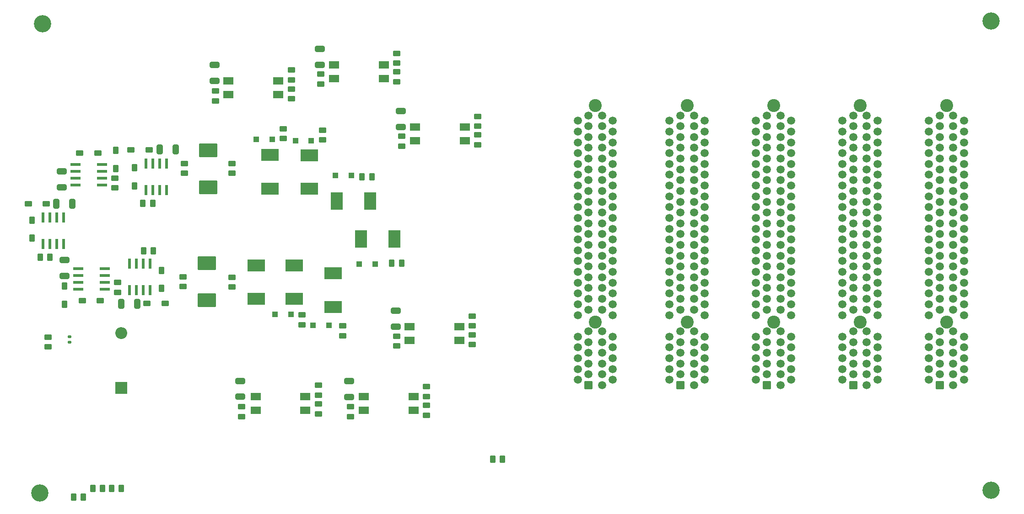
<source format=gbs>
G04 #@! TF.GenerationSoftware,KiCad,Pcbnew,8.0.1*
G04 #@! TF.CreationDate,2024-04-11T19:40:35-05:00*
G04 #@! TF.ProjectId,Backplane,4261636b-706c-4616-9e65-2e6b69636164,rev?*
G04 #@! TF.SameCoordinates,Original*
G04 #@! TF.FileFunction,Soldermask,Bot*
G04 #@! TF.FilePolarity,Negative*
%FSLAX46Y46*%
G04 Gerber Fmt 4.6, Leading zero omitted, Abs format (unit mm)*
G04 Created by KiCad (PCBNEW 8.0.1) date 2024-04-11 19:40:35*
%MOMM*%
%LPD*%
G01*
G04 APERTURE LIST*
G04 Aperture macros list*
%AMRoundRect*
0 Rectangle with rounded corners*
0 $1 Rounding radius*
0 $2 $3 $4 $5 $6 $7 $8 $9 X,Y pos of 4 corners*
0 Add a 4 corners polygon primitive as box body*
4,1,4,$2,$3,$4,$5,$6,$7,$8,$9,$2,$3,0*
0 Add four circle primitives for the rounded corners*
1,1,$1+$1,$2,$3*
1,1,$1+$1,$4,$5*
1,1,$1+$1,$6,$7*
1,1,$1+$1,$8,$9*
0 Add four rect primitives between the rounded corners*
20,1,$1+$1,$2,$3,$4,$5,0*
20,1,$1+$1,$4,$5,$6,$7,0*
20,1,$1+$1,$6,$7,$8,$9,0*
20,1,$1+$1,$8,$9,$2,$3,0*%
G04 Aperture macros list end*
%ADD10C,2.400000*%
%ADD11RoundRect,0.102000X0.644000X-0.644000X0.644000X0.644000X-0.644000X0.644000X-0.644000X-0.644000X0*%
%ADD12C,1.492000*%
%ADD13C,3.200000*%
%ADD14O,2.200000X2.200000*%
%ADD15R,2.200000X2.200000*%
%ADD16R,1.955800X1.346200*%
%ADD17RoundRect,0.250000X0.450000X-0.262500X0.450000X0.262500X-0.450000X0.262500X-0.450000X-0.262500X0*%
%ADD18RoundRect,0.250000X-0.262500X-0.450000X0.262500X-0.450000X0.262500X0.450000X-0.262500X0.450000X0*%
%ADD19RoundRect,0.102000X1.560000X-1.145000X1.560000X1.145000X-1.560000X1.145000X-1.560000X-1.145000X0*%
%ADD20RoundRect,0.250000X0.650000X-0.325000X0.650000X0.325000X-0.650000X0.325000X-0.650000X-0.325000X0*%
%ADD21RoundRect,0.102000X0.365000X-0.605000X0.365000X0.605000X-0.365000X0.605000X-0.365000X-0.605000X0*%
%ADD22R,0.558800X1.981200*%
%ADD23RoundRect,0.102000X-0.365000X0.605000X-0.365000X-0.605000X0.365000X-0.605000X0.365000X0.605000X0*%
%ADD24RoundRect,0.250000X-0.450000X0.262500X-0.450000X-0.262500X0.450000X-0.262500X0.450000X0.262500X0*%
%ADD25RoundRect,0.250000X-0.325000X-0.650000X0.325000X-0.650000X0.325000X0.650000X-0.325000X0.650000X0*%
%ADD26R,2.184400X3.200400*%
%ADD27RoundRect,0.102000X-0.605000X-0.365000X0.605000X-0.365000X0.605000X0.365000X-0.605000X0.365000X0*%
%ADD28R,1.981200X0.558800*%
%ADD29R,3.200400X2.184400*%
%ADD30RoundRect,0.250000X-0.650000X0.325000X-0.650000X-0.325000X0.650000X-0.325000X0.650000X0.325000X0*%
%ADD31R,1.092200X0.990600*%
%ADD32RoundRect,0.250000X0.262500X0.450000X-0.262500X0.450000X-0.262500X-0.450000X0.262500X-0.450000X0*%
%ADD33RoundRect,0.102000X-1.560000X1.145000X-1.560000X-1.145000X1.560000X-1.145000X1.560000X1.145000X0*%
%ADD34RoundRect,0.102000X0.605000X0.365000X-0.605000X0.365000X-0.605000X-0.365000X0.605000X-0.365000X0*%
%ADD35RoundRect,0.250000X0.325000X0.650000X-0.325000X0.650000X-0.325000X-0.650000X0.325000X-0.650000X0*%
%ADD36RoundRect,0.135000X0.185000X-0.135000X0.185000X0.135000X-0.185000X0.135000X-0.185000X-0.135000X0*%
G04 APERTURE END LIST*
D10*
X324750000Y-103350000D03*
X324750000Y-63200000D03*
D11*
X323500000Y-115000000D03*
D12*
X321500000Y-114000000D03*
X323500000Y-113000000D03*
X321500000Y-112000000D03*
X323500000Y-111000000D03*
X321500000Y-110000000D03*
X323500000Y-109000000D03*
X321500000Y-108000000D03*
X323500000Y-107000000D03*
X321500000Y-106000000D03*
X323500000Y-105000000D03*
X321500000Y-102000000D03*
X323500000Y-101000000D03*
X321500000Y-100000000D03*
X323500000Y-99000000D03*
X321500000Y-98000000D03*
X323500000Y-97000000D03*
X321500000Y-96000000D03*
X323500000Y-95000000D03*
X321500000Y-94000000D03*
X323500000Y-93000000D03*
X321500000Y-92000000D03*
X323500000Y-91000000D03*
X321500000Y-90000000D03*
X323500000Y-89000000D03*
X321500000Y-88000000D03*
X323500000Y-87000000D03*
X321500000Y-86000000D03*
X323500000Y-85000000D03*
X321500000Y-84000000D03*
X323500000Y-83000000D03*
X321500000Y-82000000D03*
X323500000Y-81000000D03*
X321500000Y-80000000D03*
X323500000Y-79000000D03*
X321500000Y-78000000D03*
X323500000Y-77000000D03*
X321500000Y-76000000D03*
X323500000Y-75000000D03*
X321500000Y-74000000D03*
X323500000Y-73000000D03*
X321500000Y-72000000D03*
X323500000Y-71000000D03*
X321500000Y-70000000D03*
X323500000Y-69000000D03*
X321500000Y-68000000D03*
X323500000Y-67000000D03*
X321500000Y-66000000D03*
X323500000Y-65000000D03*
X326000000Y-115000000D03*
X328000000Y-114000000D03*
X326000000Y-113000000D03*
X328000000Y-112000000D03*
X326000000Y-111000000D03*
X328000000Y-110000000D03*
X326000000Y-109000000D03*
X328000000Y-108000000D03*
X326000000Y-107000000D03*
X328000000Y-106000000D03*
X326000000Y-105000000D03*
X328000000Y-102000000D03*
X326000000Y-101000000D03*
X328000000Y-100000000D03*
X326000000Y-99000000D03*
X328000000Y-98000000D03*
X326000000Y-97000000D03*
X328000000Y-96000000D03*
X326000000Y-95000000D03*
X328000000Y-94000000D03*
X326000000Y-93000000D03*
X328000000Y-92000000D03*
X326000000Y-91000000D03*
X328000000Y-90000000D03*
X326000000Y-89000000D03*
X328000000Y-88000000D03*
X326000000Y-87000000D03*
X328000000Y-86000000D03*
X326000000Y-85000000D03*
X328000000Y-84000000D03*
X326000000Y-83000000D03*
X328000000Y-82000000D03*
X326000000Y-81000000D03*
X328000000Y-80000000D03*
X326000000Y-79000000D03*
X328000000Y-78000000D03*
X326000000Y-77000000D03*
X328000000Y-76000000D03*
X326000000Y-75000000D03*
X328000000Y-74000000D03*
X326000000Y-73000000D03*
X328000000Y-72000000D03*
X326000000Y-71000000D03*
X328000000Y-70000000D03*
X326000000Y-69000000D03*
X328000000Y-68000000D03*
X326000000Y-67000000D03*
X328000000Y-66000000D03*
X326000000Y-65000000D03*
D10*
X259750000Y-103350000D03*
X259750000Y-63200000D03*
D11*
X258500000Y-115000000D03*
D12*
X256500000Y-114000000D03*
X258500000Y-113000000D03*
X256500000Y-112000000D03*
X258500000Y-111000000D03*
X256500000Y-110000000D03*
X258500000Y-109000000D03*
X256500000Y-108000000D03*
X258500000Y-107000000D03*
X256500000Y-106000000D03*
X258500000Y-105000000D03*
X256500000Y-102000000D03*
X258500000Y-101000000D03*
X256500000Y-100000000D03*
X258500000Y-99000000D03*
X256500000Y-98000000D03*
X258500000Y-97000000D03*
X256500000Y-96000000D03*
X258500000Y-95000000D03*
X256500000Y-94000000D03*
X258500000Y-93000000D03*
X256500000Y-92000000D03*
X258500000Y-91000000D03*
X256500000Y-90000000D03*
X258500000Y-89000000D03*
X256500000Y-88000000D03*
X258500000Y-87000000D03*
X256500000Y-86000000D03*
X258500000Y-85000000D03*
X256500000Y-84000000D03*
X258500000Y-83000000D03*
X256500000Y-82000000D03*
X258500000Y-81000000D03*
X256500000Y-80000000D03*
X258500000Y-79000000D03*
X256500000Y-78000000D03*
X258500000Y-77000000D03*
X256500000Y-76000000D03*
X258500000Y-75000000D03*
X256500000Y-74000000D03*
X258500000Y-73000000D03*
X256500000Y-72000000D03*
X258500000Y-71000000D03*
X256500000Y-70000000D03*
X258500000Y-69000000D03*
X256500000Y-68000000D03*
X258500000Y-67000000D03*
X256500000Y-66000000D03*
X258500000Y-65000000D03*
X261000000Y-115000000D03*
X263000000Y-114000000D03*
X261000000Y-113000000D03*
X263000000Y-112000000D03*
X261000000Y-111000000D03*
X263000000Y-110000000D03*
X261000000Y-109000000D03*
X263000000Y-108000000D03*
X261000000Y-107000000D03*
X263000000Y-106000000D03*
X261000000Y-105000000D03*
X263000000Y-102000000D03*
X261000000Y-101000000D03*
X263000000Y-100000000D03*
X261000000Y-99000000D03*
X263000000Y-98000000D03*
X261000000Y-97000000D03*
X263000000Y-96000000D03*
X261000000Y-95000000D03*
X263000000Y-94000000D03*
X261000000Y-93000000D03*
X263000000Y-92000000D03*
X261000000Y-91000000D03*
X263000000Y-90000000D03*
X261000000Y-89000000D03*
X263000000Y-88000000D03*
X261000000Y-87000000D03*
X263000000Y-86000000D03*
X261000000Y-85000000D03*
X263000000Y-84000000D03*
X261000000Y-83000000D03*
X263000000Y-82000000D03*
X261000000Y-81000000D03*
X263000000Y-80000000D03*
X261000000Y-79000000D03*
X263000000Y-78000000D03*
X261000000Y-77000000D03*
X263000000Y-76000000D03*
X261000000Y-75000000D03*
X263000000Y-74000000D03*
X261000000Y-73000000D03*
X263000000Y-72000000D03*
X261000000Y-71000000D03*
X263000000Y-70000000D03*
X261000000Y-69000000D03*
X263000000Y-68000000D03*
X261000000Y-67000000D03*
X263000000Y-66000000D03*
X261000000Y-65000000D03*
D13*
X157500000Y-48000000D03*
D10*
X276750000Y-103350000D03*
X276750000Y-63200000D03*
D11*
X275500000Y-115000000D03*
D12*
X273500000Y-114000000D03*
X275500000Y-113000000D03*
X273500000Y-112000000D03*
X275500000Y-111000000D03*
X273500000Y-110000000D03*
X275500000Y-109000000D03*
X273500000Y-108000000D03*
X275500000Y-107000000D03*
X273500000Y-106000000D03*
X275500000Y-105000000D03*
X273500000Y-102000000D03*
X275500000Y-101000000D03*
X273500000Y-100000000D03*
X275500000Y-99000000D03*
X273500000Y-98000000D03*
X275500000Y-97000000D03*
X273500000Y-96000000D03*
X275500000Y-95000000D03*
X273500000Y-94000000D03*
X275500000Y-93000000D03*
X273500000Y-92000000D03*
X275500000Y-91000000D03*
X273500000Y-90000000D03*
X275500000Y-89000000D03*
X273500000Y-88000000D03*
X275500000Y-87000000D03*
X273500000Y-86000000D03*
X275500000Y-85000000D03*
X273500000Y-84000000D03*
X275500000Y-83000000D03*
X273500000Y-82000000D03*
X275500000Y-81000000D03*
X273500000Y-80000000D03*
X275500000Y-79000000D03*
X273500000Y-78000000D03*
X275500000Y-77000000D03*
X273500000Y-76000000D03*
X275500000Y-75000000D03*
X273500000Y-74000000D03*
X275500000Y-73000000D03*
X273500000Y-72000000D03*
X275500000Y-71000000D03*
X273500000Y-70000000D03*
X275500000Y-69000000D03*
X273500000Y-68000000D03*
X275500000Y-67000000D03*
X273500000Y-66000000D03*
X275500000Y-65000000D03*
X278000000Y-115000000D03*
X280000000Y-114000000D03*
X278000000Y-113000000D03*
X280000000Y-112000000D03*
X278000000Y-111000000D03*
X280000000Y-110000000D03*
X278000000Y-109000000D03*
X280000000Y-108000000D03*
X278000000Y-107000000D03*
X280000000Y-106000000D03*
X278000000Y-105000000D03*
X280000000Y-102000000D03*
X278000000Y-101000000D03*
X280000000Y-100000000D03*
X278000000Y-99000000D03*
X280000000Y-98000000D03*
X278000000Y-97000000D03*
X280000000Y-96000000D03*
X278000000Y-95000000D03*
X280000000Y-94000000D03*
X278000000Y-93000000D03*
X280000000Y-92000000D03*
X278000000Y-91000000D03*
X280000000Y-90000000D03*
X278000000Y-89000000D03*
X280000000Y-88000000D03*
X278000000Y-87000000D03*
X280000000Y-86000000D03*
X278000000Y-85000000D03*
X280000000Y-84000000D03*
X278000000Y-83000000D03*
X280000000Y-82000000D03*
X278000000Y-81000000D03*
X280000000Y-80000000D03*
X278000000Y-79000000D03*
X280000000Y-78000000D03*
X278000000Y-77000000D03*
X280000000Y-76000000D03*
X278000000Y-75000000D03*
X280000000Y-74000000D03*
X278000000Y-73000000D03*
X280000000Y-72000000D03*
X278000000Y-71000000D03*
X280000000Y-70000000D03*
X278000000Y-69000000D03*
X280000000Y-68000000D03*
X278000000Y-67000000D03*
X280000000Y-66000000D03*
X278000000Y-65000000D03*
D10*
X308750000Y-103350000D03*
X308750000Y-63200000D03*
D11*
X307500000Y-115000000D03*
D12*
X305500000Y-114000000D03*
X307500000Y-113000000D03*
X305500000Y-112000000D03*
X307500000Y-111000000D03*
X305500000Y-110000000D03*
X307500000Y-109000000D03*
X305500000Y-108000000D03*
X307500000Y-107000000D03*
X305500000Y-106000000D03*
X307500000Y-105000000D03*
X305500000Y-102000000D03*
X307500000Y-101000000D03*
X305500000Y-100000000D03*
X307500000Y-99000000D03*
X305500000Y-98000000D03*
X307500000Y-97000000D03*
X305500000Y-96000000D03*
X307500000Y-95000000D03*
X305500000Y-94000000D03*
X307500000Y-93000000D03*
X305500000Y-92000000D03*
X307500000Y-91000000D03*
X305500000Y-90000000D03*
X307500000Y-89000000D03*
X305500000Y-88000000D03*
X307500000Y-87000000D03*
X305500000Y-86000000D03*
X307500000Y-85000000D03*
X305500000Y-84000000D03*
X307500000Y-83000000D03*
X305500000Y-82000000D03*
X307500000Y-81000000D03*
X305500000Y-80000000D03*
X307500000Y-79000000D03*
X305500000Y-78000000D03*
X307500000Y-77000000D03*
X305500000Y-76000000D03*
X307500000Y-75000000D03*
X305500000Y-74000000D03*
X307500000Y-73000000D03*
X305500000Y-72000000D03*
X307500000Y-71000000D03*
X305500000Y-70000000D03*
X307500000Y-69000000D03*
X305500000Y-68000000D03*
X307500000Y-67000000D03*
X305500000Y-66000000D03*
X307500000Y-65000000D03*
X310000000Y-115000000D03*
X312000000Y-114000000D03*
X310000000Y-113000000D03*
X312000000Y-112000000D03*
X310000000Y-111000000D03*
X312000000Y-110000000D03*
X310000000Y-109000000D03*
X312000000Y-108000000D03*
X310000000Y-107000000D03*
X312000000Y-106000000D03*
X310000000Y-105000000D03*
X312000000Y-102000000D03*
X310000000Y-101000000D03*
X312000000Y-100000000D03*
X310000000Y-99000000D03*
X312000000Y-98000000D03*
X310000000Y-97000000D03*
X312000000Y-96000000D03*
X310000000Y-95000000D03*
X312000000Y-94000000D03*
X310000000Y-93000000D03*
X312000000Y-92000000D03*
X310000000Y-91000000D03*
X312000000Y-90000000D03*
X310000000Y-89000000D03*
X312000000Y-88000000D03*
X310000000Y-87000000D03*
X312000000Y-86000000D03*
X310000000Y-85000000D03*
X312000000Y-84000000D03*
X310000000Y-83000000D03*
X312000000Y-82000000D03*
X310000000Y-81000000D03*
X312000000Y-80000000D03*
X310000000Y-79000000D03*
X312000000Y-78000000D03*
X310000000Y-77000000D03*
X312000000Y-76000000D03*
X310000000Y-75000000D03*
X312000000Y-74000000D03*
X310000000Y-73000000D03*
X312000000Y-72000000D03*
X310000000Y-71000000D03*
X312000000Y-70000000D03*
X310000000Y-69000000D03*
X312000000Y-68000000D03*
X310000000Y-67000000D03*
X312000000Y-66000000D03*
X310000000Y-65000000D03*
D13*
X333000000Y-134500000D03*
D10*
X292750000Y-103350000D03*
X292750000Y-63200000D03*
D11*
X291500000Y-115000000D03*
D12*
X289500000Y-114000000D03*
X291500000Y-113000000D03*
X289500000Y-112000000D03*
X291500000Y-111000000D03*
X289500000Y-110000000D03*
X291500000Y-109000000D03*
X289500000Y-108000000D03*
X291500000Y-107000000D03*
X289500000Y-106000000D03*
X291500000Y-105000000D03*
X289500000Y-102000000D03*
X291500000Y-101000000D03*
X289500000Y-100000000D03*
X291500000Y-99000000D03*
X289500000Y-98000000D03*
X291500000Y-97000000D03*
X289500000Y-96000000D03*
X291500000Y-95000000D03*
X289500000Y-94000000D03*
X291500000Y-93000000D03*
X289500000Y-92000000D03*
X291500000Y-91000000D03*
X289500000Y-90000000D03*
X291500000Y-89000000D03*
X289500000Y-88000000D03*
X291500000Y-87000000D03*
X289500000Y-86000000D03*
X291500000Y-85000000D03*
X289500000Y-84000000D03*
X291500000Y-83000000D03*
X289500000Y-82000000D03*
X291500000Y-81000000D03*
X289500000Y-80000000D03*
X291500000Y-79000000D03*
X289500000Y-78000000D03*
X291500000Y-77000000D03*
X289500000Y-76000000D03*
X291500000Y-75000000D03*
X289500000Y-74000000D03*
X291500000Y-73000000D03*
X289500000Y-72000000D03*
X291500000Y-71000000D03*
X289500000Y-70000000D03*
X291500000Y-69000000D03*
X289500000Y-68000000D03*
X291500000Y-67000000D03*
X289500000Y-66000000D03*
X291500000Y-65000000D03*
X294000000Y-115000000D03*
X296000000Y-114000000D03*
X294000000Y-113000000D03*
X296000000Y-112000000D03*
X294000000Y-111000000D03*
X296000000Y-110000000D03*
X294000000Y-109000000D03*
X296000000Y-108000000D03*
X294000000Y-107000000D03*
X296000000Y-106000000D03*
X294000000Y-105000000D03*
X296000000Y-102000000D03*
X294000000Y-101000000D03*
X296000000Y-100000000D03*
X294000000Y-99000000D03*
X296000000Y-98000000D03*
X294000000Y-97000000D03*
X296000000Y-96000000D03*
X294000000Y-95000000D03*
X296000000Y-94000000D03*
X294000000Y-93000000D03*
X296000000Y-92000000D03*
X294000000Y-91000000D03*
X296000000Y-90000000D03*
X294000000Y-89000000D03*
X296000000Y-88000000D03*
X294000000Y-87000000D03*
X296000000Y-86000000D03*
X294000000Y-85000000D03*
X296000000Y-84000000D03*
X294000000Y-83000000D03*
X296000000Y-82000000D03*
X294000000Y-81000000D03*
X296000000Y-80000000D03*
X294000000Y-79000000D03*
X296000000Y-78000000D03*
X294000000Y-77000000D03*
X296000000Y-76000000D03*
X294000000Y-75000000D03*
X296000000Y-74000000D03*
X294000000Y-73000000D03*
X296000000Y-72000000D03*
X294000000Y-71000000D03*
X296000000Y-70000000D03*
X294000000Y-69000000D03*
X296000000Y-68000000D03*
X294000000Y-67000000D03*
X296000000Y-66000000D03*
X294000000Y-65000000D03*
D13*
X157000000Y-135000000D03*
X333000000Y-47500000D03*
D14*
X172000000Y-105340000D03*
D15*
X172000000Y-115500000D03*
D16*
X201110101Y-58629999D03*
X201110101Y-61169999D03*
X191889901Y-61169999D03*
X191889901Y-58629999D03*
D17*
X237963098Y-70454999D03*
X237963098Y-68629999D03*
D18*
X216587501Y-76399999D03*
X218412501Y-76399999D03*
D19*
X187860404Y-99244397D03*
X187860404Y-92384397D03*
D20*
X222824034Y-104141695D03*
X222824034Y-101191695D03*
D18*
X157022528Y-91244660D03*
X158847528Y-91244660D03*
D17*
X237009453Y-107462544D03*
X237009453Y-105637544D03*
D21*
X174500001Y-74719999D03*
X174500001Y-78079999D03*
D22*
X161405001Y-88863799D03*
X160135001Y-88863799D03*
X158865001Y-88863799D03*
X157595001Y-88863799D03*
X157595001Y-83936199D03*
X158865001Y-83936199D03*
X160135001Y-83936199D03*
X161405001Y-83936199D03*
D23*
X170992247Y-74827096D03*
X170992247Y-71467096D03*
D17*
X223000001Y-55312499D03*
X223000001Y-53487499D03*
X222975069Y-107718259D03*
X222975069Y-105893259D03*
D16*
X235610101Y-67129999D03*
X235610101Y-69669999D03*
X226389901Y-69669999D03*
X226389901Y-67129999D03*
D17*
X205500001Y-103812499D03*
X205500001Y-101987499D03*
D18*
X222087501Y-92399999D03*
X223912501Y-92399999D03*
D24*
X202000001Y-67487499D03*
X202000001Y-69312499D03*
D17*
X209270325Y-69558957D03*
X209270325Y-67733957D03*
D21*
X155500001Y-84399999D03*
X155500001Y-87759999D03*
D25*
X179135286Y-71345528D03*
X182085286Y-71345528D03*
D17*
X158500000Y-107902500D03*
X158500000Y-106077500D03*
D22*
X173595001Y-92436199D03*
X174865001Y-92436199D03*
X176135001Y-92436199D03*
X177405001Y-92436199D03*
X177405001Y-97363799D03*
X176135001Y-97363799D03*
X174865001Y-97363799D03*
X173595001Y-97363799D03*
D24*
X183680001Y-73899999D03*
X183680001Y-75724999D03*
D17*
X170837129Y-78454475D03*
X170837129Y-76629475D03*
D26*
X216375801Y-87899999D03*
X222624201Y-87899999D03*
D17*
X213000001Y-105812499D03*
X213000001Y-103987499D03*
D27*
X177180001Y-71399999D03*
X173820001Y-71399999D03*
X167716201Y-71994999D03*
X164356201Y-71994999D03*
D28*
X168963801Y-93399999D03*
X168963801Y-94669999D03*
X168963801Y-95939999D03*
X168963801Y-97209999D03*
X164036201Y-97209999D03*
X164036201Y-95939999D03*
X164036201Y-94669999D03*
X164036201Y-93399999D03*
D20*
X161500001Y-94779999D03*
X161500001Y-91829999D03*
D17*
X228481375Y-120573255D03*
X228481375Y-118748255D03*
D29*
X199558728Y-78566143D03*
X199558728Y-72317743D03*
D18*
X170249488Y-134152359D03*
X172074488Y-134152359D03*
D20*
X208805649Y-55622331D03*
X208805649Y-52672331D03*
D17*
X237018451Y-103992157D03*
X237018451Y-102167157D03*
D28*
X168500001Y-74089999D03*
X168500001Y-75359999D03*
X168500001Y-76629999D03*
X168500001Y-77899999D03*
X163572401Y-77899999D03*
X163572401Y-76629999D03*
X163572401Y-75359999D03*
X163572401Y-74089999D03*
D29*
X206853470Y-78615556D03*
X206853470Y-72367156D03*
D30*
X161021549Y-75367903D03*
X161021549Y-78317903D03*
D21*
X161500001Y-96624999D03*
X161500001Y-99984999D03*
D31*
X219030366Y-92571494D03*
X216083966Y-92571494D03*
D32*
X177987760Y-90063992D03*
X176162760Y-90063992D03*
D31*
X214634566Y-76169550D03*
X211688166Y-76169550D03*
D17*
X228481375Y-117094088D03*
X228481375Y-115269088D03*
X203557327Y-58425495D03*
X203557327Y-56600495D03*
D29*
X197000001Y-92775799D03*
X197000001Y-99024199D03*
D33*
X188099616Y-71464622D03*
X188099616Y-78324622D03*
D26*
X211875801Y-80899999D03*
X218124201Y-80899999D03*
D34*
X176798022Y-99845527D03*
X180158022Y-99845527D03*
D16*
X226110101Y-117129999D03*
X226110101Y-119669999D03*
X216889901Y-119669999D03*
X216889901Y-117129999D03*
D17*
X208500001Y-120312499D03*
X208500001Y-118487499D03*
D20*
X194042016Y-117148523D03*
X194042016Y-114198523D03*
D35*
X174975001Y-99899999D03*
X172025001Y-99899999D03*
D36*
X162500000Y-107000000D03*
X162500000Y-105980000D03*
D22*
X180405001Y-78863799D03*
X179135001Y-78863799D03*
X177865001Y-78863799D03*
X176595001Y-78863799D03*
X176595001Y-73936199D03*
X177865001Y-73936199D03*
X179135001Y-73936199D03*
X180405001Y-73936199D03*
D17*
X208500001Y-116812499D03*
X208500001Y-114987499D03*
D18*
X163195032Y-135696515D03*
X165020032Y-135696515D03*
D17*
X223013660Y-58759518D03*
X223013660Y-56934518D03*
X237967326Y-67007126D03*
X237967326Y-65182126D03*
D20*
X223768679Y-67132901D03*
X223768679Y-64182901D03*
D17*
X203557327Y-61916182D03*
X203557327Y-60091182D03*
D27*
X158180001Y-81399999D03*
X154820001Y-81399999D03*
D32*
X242603372Y-128694182D03*
X240778372Y-128694182D03*
D17*
X194284402Y-120812499D03*
X194284402Y-118987499D03*
D31*
X210473201Y-103899999D03*
X207526801Y-103899999D03*
D16*
X234610101Y-104129999D03*
X234610101Y-106669999D03*
X225389901Y-106669999D03*
X225389901Y-104129999D03*
D25*
X160025001Y-81399999D03*
X162975001Y-81399999D03*
D17*
X171367739Y-97764136D03*
X171367739Y-95939136D03*
D29*
X211254190Y-94269128D03*
X211254190Y-100517528D03*
D17*
X208981514Y-59167079D03*
X208981514Y-57342079D03*
D31*
X203473201Y-101899999D03*
X200526801Y-101899999D03*
D17*
X214474753Y-120794170D03*
X214474753Y-118969170D03*
D29*
X204000001Y-92775799D03*
X204000001Y-99024199D03*
D20*
X189304085Y-58608534D03*
X189304085Y-55658534D03*
D31*
X207206982Y-69662111D03*
X204260582Y-69662111D03*
D17*
X183500001Y-96724999D03*
X183500001Y-94899999D03*
X192500001Y-96812499D03*
X192500001Y-94987499D03*
D18*
X166774916Y-134130563D03*
X168599916Y-134130563D03*
D23*
X179500001Y-97079999D03*
X179500001Y-93719999D03*
D16*
X220610101Y-55629999D03*
X220610101Y-58169999D03*
X211389901Y-58169999D03*
X211389901Y-55629999D03*
D24*
X192500001Y-73899999D03*
X192500001Y-75724999D03*
D17*
X223949686Y-70703074D03*
X223949686Y-68878074D03*
D34*
X164820001Y-99304999D03*
X168180001Y-99304999D03*
D17*
X189500001Y-62312499D03*
X189500001Y-60487499D03*
D16*
X206110101Y-117129999D03*
X206110101Y-119669999D03*
X196889901Y-119669999D03*
X196889901Y-117129999D03*
D20*
X214221304Y-117177145D03*
X214221304Y-114227145D03*
D18*
X176040356Y-81263277D03*
X177865356Y-81263277D03*
D31*
X197026801Y-69399999D03*
X199973201Y-69399999D03*
M02*

</source>
